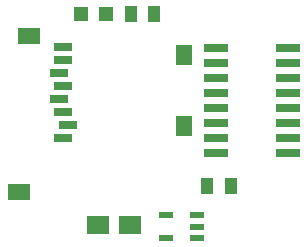
<source format=gbr>
G04 EAGLE Gerber RS-274X export*
G75*
%MOMM*%
%FSLAX34Y34*%
%LPD*%
%INSolderpaste Top*%
%IPPOS*%
%AMOC8*
5,1,8,0,0,1.08239X$1,22.5*%
G01*
%ADD10R,2.032000X0.660400*%
%ADD11R,1.900000X1.400000*%
%ADD12R,1.400000X1.800000*%
%ADD13R,1.500000X0.700000*%
%ADD14R,1.200000X0.550000*%
%ADD15R,1.950000X1.500000*%
%ADD16R,1.100000X1.400000*%
%ADD17R,1.200000X1.200000*%


D10*
X180086Y181610D03*
X241554Y181610D03*
X180086Y168910D03*
X180086Y156210D03*
X241554Y168910D03*
X241554Y156210D03*
X180086Y143510D03*
X241554Y143510D03*
X180086Y130810D03*
X241554Y130810D03*
X180086Y118110D03*
X180086Y105410D03*
X241554Y118110D03*
X241554Y105410D03*
X180086Y92710D03*
X241554Y92710D03*
D11*
X22080Y191580D03*
X13080Y59580D03*
D12*
X153080Y175580D03*
X153080Y115580D03*
D13*
X51080Y182580D03*
X51080Y171580D03*
X47080Y160580D03*
X51080Y149580D03*
X47080Y138580D03*
X51080Y127580D03*
X55080Y116580D03*
X51080Y105580D03*
D14*
X164130Y20980D03*
X164130Y30480D03*
X164130Y39980D03*
X138130Y39980D03*
X138130Y20980D03*
D15*
X107730Y31750D03*
X80230Y31750D03*
D16*
X172880Y64770D03*
X192880Y64770D03*
D17*
X86700Y210820D03*
X65700Y210820D03*
D16*
X128110Y210820D03*
X108110Y210820D03*
M02*

</source>
